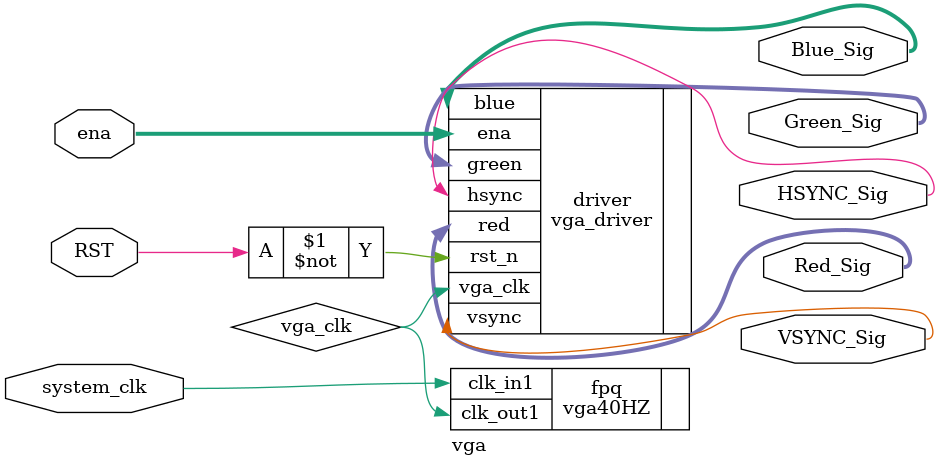
<source format=v>
`timescale 1ns / 1ps


module vga(
    input wire system_clk,
    input wire RST,
    input [2:0] ena,
    output wire VSYNC_Sig,
    output wire HSYNC_Sig,
    output wire [3:0] Red_Sig,
    output wire [3:0] Green_Sig,
    output wire [3:0] Blue_Sig
    );
    vga40HZ fpq(.clk_in1(system_clk),.clk_out1(vga_clk));
    vga_driver driver(.vga_clk(vga_clk),.ena(ena),.rst_n(~RST),.vsync(VSYNC_Sig),
    .hsync(HSYNC_Sig),.red(Red_Sig),.green(Green_Sig),.blue(Blue_Sig));
endmodule

</source>
